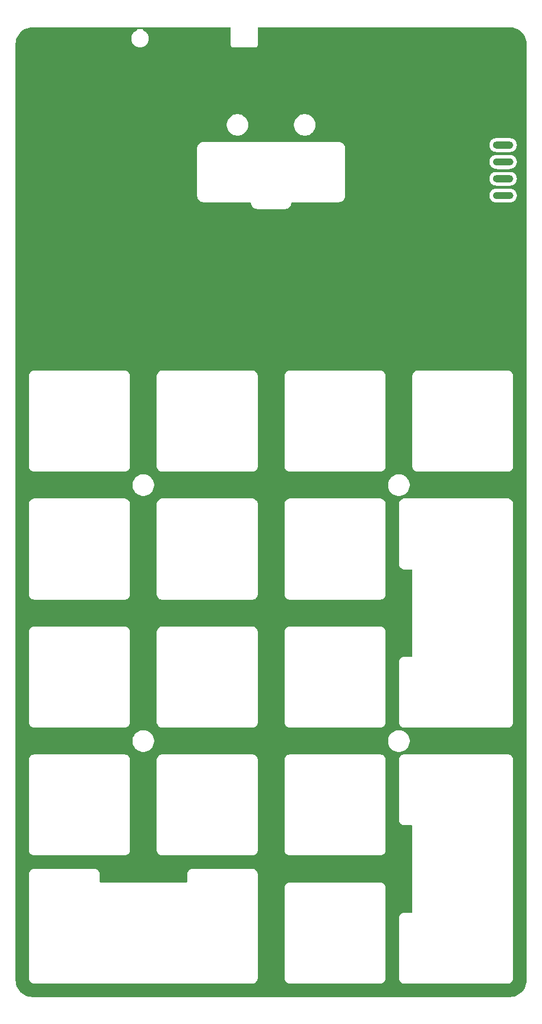
<source format=gbr>
%TF.GenerationSoftware,KiCad,Pcbnew,8.0.1*%
%TF.CreationDate,2024-05-06T20:23:12+09:00*%
%TF.ProjectId,Calciumor_SwitchCover,43616c63-6975-46d6-9f72-5f5377697463,rev?*%
%TF.SameCoordinates,Original*%
%TF.FileFunction,Copper,L1,Top*%
%TF.FilePolarity,Positive*%
%FSLAX46Y46*%
G04 Gerber Fmt 4.6, Leading zero omitted, Abs format (unit mm)*
G04 Created by KiCad (PCBNEW 8.0.1) date 2024-05-06 20:23:12*
%MOMM*%
%LPD*%
G01*
G04 APERTURE LIST*
%TA.AperFunction,Conductor*%
%ADD10C,0.400000*%
%TD*%
%TA.AperFunction,Conductor*%
%ADD11C,0.200000*%
%TD*%
%TA.AperFunction,NonConductor*%
%ADD12C,0.550000*%
%TD*%
%TA.AperFunction,NonConductor*%
%ADD13C,0.200000*%
%TD*%
%TA.AperFunction,ViaPad*%
%ADD14C,0.800000*%
%TD*%
G04 APERTURE END LIST*
D10*
%TO.N,Earth*%
X140600000Y-54250000D02*
X145400000Y-54250000D01*
D11*
X144700000Y-61550000D02*
X145350000Y-61450000D01*
X144700000Y-54050000D02*
X145350000Y-53950000D01*
X89500000Y-35900001D02*
X89500000Y-35600000D01*
D10*
X144000000Y-54250000D02*
G75*
G02*
X144000000Y-56750000I0J-1250000D01*
G01*
D11*
X90400000Y-35600000D02*
G75*
G02*
X87600000Y-35600000I-1400000J-1600000D01*
G01*
D12*
X144275000Y-58000000D02*
G75*
G02*
X143725000Y-58000000I-275000J0D01*
G01*
X143725000Y-58000000D02*
G75*
G02*
X144275000Y-58000000I275000J0D01*
G01*
D11*
X90700000Y-35600000D02*
X87000000Y-35600000D01*
D10*
X140600000Y-56750000D02*
X145400000Y-56750000D01*
D11*
X144700000Y-56850000D02*
X145050000Y-56950000D01*
D10*
X144000000Y-51750000D02*
G75*
G02*
X144000000Y-54250000I0J-1250000D01*
G01*
D11*
X88500000Y-35600000D02*
X88500000Y-35900001D01*
D12*
X142275000Y-55500000D02*
G75*
G02*
X141725000Y-55500000I-275000J0D01*
G01*
X141725000Y-55500000D02*
G75*
G02*
X142275000Y-55500000I275000J0D01*
G01*
D11*
X141300000Y-61650000D02*
X140950000Y-61550000D01*
X145350000Y-54250000D02*
X145050000Y-54450000D01*
D12*
X144275000Y-55500000D02*
G75*
G02*
X143725000Y-55500000I-275000J0D01*
G01*
X143725000Y-55500000D02*
G75*
G02*
X144275000Y-55500000I275000J0D01*
G01*
D11*
X145350000Y-59250000D02*
X145050000Y-59450000D01*
D10*
X142000000Y-61750000D02*
G75*
G02*
X142000000Y-59250000I0J1250000D01*
G01*
D13*
X142000000Y-55050000D02*
X144000000Y-55050000D01*
X144000000Y-55950000D01*
X142000000Y-55950000D01*
X142000000Y-55050000D01*
%TA.AperFunction,NonConductor*%
G36*
X142000000Y-55050000D02*
G01*
X144000000Y-55050000D01*
X144000000Y-55950000D01*
X142000000Y-55950000D01*
X142000000Y-55050000D01*
G37*
%TD.AperFunction*%
D12*
X144275000Y-60500000D02*
G75*
G02*
X143725000Y-60500000I-275000J0D01*
G01*
X143725000Y-60500000D02*
G75*
G02*
X144275000Y-60500000I275000J0D01*
G01*
D11*
X144700000Y-56550000D02*
X145350000Y-56450000D01*
D10*
X142000000Y-54250000D02*
G75*
G02*
X142000000Y-51750000I0J1250000D01*
G01*
D11*
X141300000Y-54150000D02*
X140950000Y-54050000D01*
X102800000Y-38600000D02*
G75*
G02*
X102400000Y-38200000I0J400000D01*
G01*
X140550000Y-51750000D02*
X141050000Y-52000000D01*
D10*
X140550000Y-59250000D02*
X145350000Y-59250000D01*
D11*
X140550000Y-59250000D02*
X141050000Y-59500000D01*
X89900000Y-35600001D02*
G75*
G02*
X88100000Y-35600001I-900000J-1599999D01*
G01*
X106600000Y-38200000D02*
G75*
G02*
X106200000Y-38600000I-400000J0D01*
G01*
X141300000Y-56650000D02*
X140950000Y-56550000D01*
D10*
X144000000Y-59250000D02*
G75*
G02*
X144000000Y-61750000I0J-1250000D01*
G01*
D13*
X142000000Y-52550000D02*
X144000000Y-52550000D01*
X144000000Y-53450000D01*
X142000000Y-53450000D01*
X142000000Y-52550000D01*
%TA.AperFunction,NonConductor*%
G36*
X142000000Y-52550000D02*
G01*
X144000000Y-52550000D01*
X144000000Y-53450000D01*
X142000000Y-53450000D01*
X142000000Y-52550000D01*
G37*
%TD.AperFunction*%
D12*
X142275000Y-58000000D02*
G75*
G02*
X141725000Y-58000000I-275000J0D01*
G01*
X141725000Y-58000000D02*
G75*
G02*
X142275000Y-58000000I275000J0D01*
G01*
X144275000Y-53000000D02*
G75*
G02*
X143725000Y-53000000I-275000J0D01*
G01*
X143725000Y-53000000D02*
G75*
G02*
X144275000Y-53000000I275000J0D01*
G01*
D11*
X145350000Y-51750000D02*
X145050000Y-51950000D01*
X145450000Y-59250000D02*
X144950000Y-59000000D01*
X140550000Y-54250000D02*
X141050000Y-54500000D01*
X140650000Y-59250000D02*
X140950000Y-59050000D01*
D10*
X142000000Y-56750000D02*
G75*
G02*
X142000000Y-54250000I0J1250000D01*
G01*
X142000000Y-59250000D02*
G75*
G02*
X142000000Y-56750000I0J1250000D01*
G01*
D12*
X142275000Y-53000000D02*
G75*
G02*
X141725000Y-53000000I-275000J0D01*
G01*
X141725000Y-53000000D02*
G75*
G02*
X142275000Y-53000000I275000J0D01*
G01*
D10*
X144000000Y-56750000D02*
G75*
G02*
X144000000Y-59250000I0J-1250000D01*
G01*
D11*
X141300000Y-56950000D02*
X140650000Y-57050000D01*
X89500000Y-35600000D02*
G75*
G02*
X88500000Y-35600000I-500000J-1600000D01*
G01*
D13*
X142000000Y-57550000D02*
X144000000Y-57550000D01*
X144000000Y-58450000D01*
X142000000Y-58450000D01*
X142000000Y-57550000D01*
%TA.AperFunction,NonConductor*%
G36*
X142000000Y-57550000D02*
G01*
X144000000Y-57550000D01*
X144000000Y-58450000D01*
X142000000Y-58450000D01*
X142000000Y-57550000D01*
G37*
%TD.AperFunction*%
X142000000Y-60050000D02*
X144000000Y-60050000D01*
X144000000Y-60950000D01*
X142000000Y-60950000D01*
X142000000Y-60050000D01*
%TA.AperFunction,NonConductor*%
G36*
X142000000Y-60050000D02*
G01*
X144000000Y-60050000D01*
X144000000Y-60950000D01*
X142000000Y-60950000D01*
X142000000Y-60050000D01*
G37*
%TD.AperFunction*%
D11*
X90533785Y-37200000D02*
G75*
G02*
X87466215Y-37200000I-1533785J0D01*
G01*
X87466215Y-37200000D02*
G75*
G02*
X90533785Y-37200000I1533785J0D01*
G01*
X90200000Y-35600000D02*
G75*
G02*
X87800000Y-35600000I-1200000J-1600000D01*
G01*
X89500000Y-35900003D02*
G75*
G02*
X88500000Y-35900003I-500000J-1299997D01*
G01*
D12*
X142275000Y-60500000D02*
G75*
G02*
X141725000Y-60500000I-275000J0D01*
G01*
X141725000Y-60500000D02*
G75*
G02*
X142275000Y-60500000I275000J0D01*
G01*
%TD*%
D14*
%TO.N,Earth*%
X108500000Y-103500000D03*
X127500000Y-122500000D03*
X89500000Y-84500000D03*
X89500000Y-160500000D03*
X127500000Y-84500000D03*
X108500000Y-141500000D03*
X127500000Y-160500000D03*
X89500000Y-122500000D03*
%TD*%
%TA.AperFunction,Conductor*%
%TO.N,Earth*%
G36*
X87443039Y-35520185D02*
G01*
X87488794Y-35572989D01*
X87500000Y-35624500D01*
X87500000Y-38700000D01*
X90500000Y-38700000D01*
X90500000Y-35624500D01*
X90519685Y-35557461D01*
X90572489Y-35511706D01*
X90624000Y-35500500D01*
X102376000Y-35500500D01*
X102443039Y-35520185D01*
X102488794Y-35572989D01*
X102500000Y-35624500D01*
X102500000Y-38500000D01*
X106500000Y-38500000D01*
X106500000Y-35624500D01*
X106519685Y-35557461D01*
X106572489Y-35511706D01*
X106624000Y-35500500D01*
X143934108Y-35500500D01*
X143996249Y-35500500D01*
X144003736Y-35500726D01*
X144293796Y-35518271D01*
X144308657Y-35520075D01*
X144512662Y-35557461D01*
X144590798Y-35571780D01*
X144605335Y-35575363D01*
X144879172Y-35660695D01*
X144893163Y-35666000D01*
X145154743Y-35783727D01*
X145167989Y-35790680D01*
X145413465Y-35939075D01*
X145425776Y-35947573D01*
X145651573Y-36124473D01*
X145662781Y-36134403D01*
X145865596Y-36337218D01*
X145875526Y-36348426D01*
X145995481Y-36501538D01*
X146052422Y-36574217D01*
X146060928Y-36586540D01*
X146209316Y-36832004D01*
X146216275Y-36845263D01*
X146333997Y-37106831D01*
X146339306Y-37120832D01*
X146424635Y-37394663D01*
X146428219Y-37409201D01*
X146479923Y-37691340D01*
X146481728Y-37706205D01*
X146499274Y-37996263D01*
X146499500Y-38003750D01*
X146499500Y-176996249D01*
X146499274Y-177003736D01*
X146481728Y-177293794D01*
X146479923Y-177308659D01*
X146428219Y-177590798D01*
X146424635Y-177605336D01*
X146339306Y-177879167D01*
X146333997Y-177893168D01*
X146216275Y-178154736D01*
X146209316Y-178167995D01*
X146060928Y-178413459D01*
X146052422Y-178425782D01*
X145875526Y-178651573D01*
X145865596Y-178662781D01*
X145662781Y-178865596D01*
X145651573Y-178875526D01*
X145425782Y-179052422D01*
X145413459Y-179060928D01*
X145167995Y-179209316D01*
X145154736Y-179216275D01*
X144893168Y-179333997D01*
X144879167Y-179339306D01*
X144605336Y-179424635D01*
X144590798Y-179428219D01*
X144308659Y-179479923D01*
X144293794Y-179481728D01*
X144003736Y-179499274D01*
X143996249Y-179499500D01*
X73003751Y-179499500D01*
X72996264Y-179499274D01*
X72706205Y-179481728D01*
X72691340Y-179479923D01*
X72409201Y-179428219D01*
X72394663Y-179424635D01*
X72120832Y-179339306D01*
X72106831Y-179333997D01*
X71845263Y-179216275D01*
X71832004Y-179209316D01*
X71586540Y-179060928D01*
X71574217Y-179052422D01*
X71348426Y-178875526D01*
X71337218Y-178865596D01*
X71134403Y-178662781D01*
X71124473Y-178651573D01*
X70947573Y-178425776D01*
X70939075Y-178413465D01*
X70790680Y-178167989D01*
X70783727Y-178154743D01*
X70666000Y-177893163D01*
X70660693Y-177879167D01*
X70575364Y-177605336D01*
X70571780Y-177590798D01*
X70520076Y-177308659D01*
X70518271Y-177293794D01*
X70500726Y-177003736D01*
X70500500Y-176996249D01*
X70500500Y-176778846D01*
X72499500Y-176778846D01*
X72530261Y-176933489D01*
X72530264Y-176933501D01*
X72590602Y-177079172D01*
X72590609Y-177079185D01*
X72678210Y-177210288D01*
X72678213Y-177210292D01*
X72789707Y-177321786D01*
X72789711Y-177321789D01*
X72920814Y-177409390D01*
X72920827Y-177409397D01*
X73066498Y-177469735D01*
X73066503Y-177469737D01*
X73221153Y-177500499D01*
X73221156Y-177500500D01*
X73221158Y-177500500D01*
X105778844Y-177500500D01*
X105778845Y-177500499D01*
X105933497Y-177469737D01*
X106079179Y-177409394D01*
X106210289Y-177321789D01*
X106321789Y-177210289D01*
X106409394Y-177079179D01*
X106469737Y-176933497D01*
X106500499Y-176778846D01*
X110499500Y-176778846D01*
X110530261Y-176933489D01*
X110530264Y-176933501D01*
X110590602Y-177079172D01*
X110590609Y-177079185D01*
X110678210Y-177210288D01*
X110678213Y-177210292D01*
X110789707Y-177321786D01*
X110789711Y-177321789D01*
X110920814Y-177409390D01*
X110920827Y-177409397D01*
X111066498Y-177469735D01*
X111066503Y-177469737D01*
X111221153Y-177500499D01*
X111221156Y-177500500D01*
X111221158Y-177500500D01*
X124778844Y-177500500D01*
X124778845Y-177500499D01*
X124933497Y-177469737D01*
X125079179Y-177409394D01*
X125210289Y-177321789D01*
X125321789Y-177210289D01*
X125409394Y-177079179D01*
X125469737Y-176933497D01*
X125500499Y-176778846D01*
X127499500Y-176778846D01*
X127530261Y-176933489D01*
X127530264Y-176933501D01*
X127590602Y-177079172D01*
X127590609Y-177079185D01*
X127678210Y-177210288D01*
X127678213Y-177210292D01*
X127789707Y-177321786D01*
X127789711Y-177321789D01*
X127920814Y-177409390D01*
X127920827Y-177409397D01*
X128066498Y-177469735D01*
X128066503Y-177469737D01*
X128221153Y-177500499D01*
X128221156Y-177500500D01*
X128221158Y-177500500D01*
X143778844Y-177500500D01*
X143778845Y-177500499D01*
X143933497Y-177469737D01*
X144079179Y-177409394D01*
X144210289Y-177321789D01*
X144321789Y-177210289D01*
X144409394Y-177079179D01*
X144469737Y-176933497D01*
X144500500Y-176778842D01*
X144500500Y-176700000D01*
X144500500Y-176634108D01*
X144500500Y-144234108D01*
X144500500Y-144221158D01*
X144500500Y-144221155D01*
X144500499Y-144221153D01*
X144469738Y-144066510D01*
X144469737Y-144066503D01*
X144469735Y-144066498D01*
X144409397Y-143920827D01*
X144409390Y-143920814D01*
X144321789Y-143789711D01*
X144321786Y-143789707D01*
X144210292Y-143678213D01*
X144210288Y-143678210D01*
X144079185Y-143590609D01*
X144079172Y-143590602D01*
X143933501Y-143530264D01*
X143933489Y-143530261D01*
X143778845Y-143499500D01*
X143778842Y-143499500D01*
X143765892Y-143499500D01*
X128365892Y-143499500D01*
X128300000Y-143499500D01*
X128221158Y-143499500D01*
X128221155Y-143499500D01*
X128066510Y-143530261D01*
X128066498Y-143530264D01*
X127920827Y-143590602D01*
X127920814Y-143590609D01*
X127789711Y-143678210D01*
X127789707Y-143678213D01*
X127678213Y-143789707D01*
X127678210Y-143789711D01*
X127590609Y-143920814D01*
X127590602Y-143920827D01*
X127530264Y-144066498D01*
X127530261Y-144066510D01*
X127499500Y-144221153D01*
X127499500Y-153278846D01*
X127530261Y-153433489D01*
X127530264Y-153433501D01*
X127590602Y-153579172D01*
X127590609Y-153579185D01*
X127678210Y-153710288D01*
X127678213Y-153710292D01*
X127789707Y-153821786D01*
X127789711Y-153821789D01*
X127920814Y-153909390D01*
X127920827Y-153909397D01*
X128066498Y-153969735D01*
X128066503Y-153969737D01*
X128221153Y-154000499D01*
X128221156Y-154000500D01*
X128221158Y-154000500D01*
X128234108Y-154000500D01*
X129375500Y-154000500D01*
X129442539Y-154020185D01*
X129488294Y-154072989D01*
X129499500Y-154124500D01*
X129499500Y-166875500D01*
X129479815Y-166942539D01*
X129427011Y-166988294D01*
X129375500Y-166999500D01*
X128221155Y-166999500D01*
X128066510Y-167030261D01*
X128066498Y-167030264D01*
X127920827Y-167090602D01*
X127920814Y-167090609D01*
X127789711Y-167178210D01*
X127789707Y-167178213D01*
X127678213Y-167289707D01*
X127678210Y-167289711D01*
X127590609Y-167420814D01*
X127590602Y-167420827D01*
X127530264Y-167566498D01*
X127530261Y-167566510D01*
X127499500Y-167721153D01*
X127499500Y-176778846D01*
X125500499Y-176778846D01*
X125500500Y-176778842D01*
X125500500Y-176700000D01*
X125500500Y-176634108D01*
X125500500Y-163234108D01*
X125500500Y-163221158D01*
X125500500Y-163221155D01*
X125500499Y-163221153D01*
X125469738Y-163066510D01*
X125469737Y-163066503D01*
X125414645Y-162933497D01*
X125409397Y-162920827D01*
X125409390Y-162920814D01*
X125321789Y-162789711D01*
X125321786Y-162789707D01*
X125210292Y-162678213D01*
X125210288Y-162678210D01*
X125079185Y-162590609D01*
X125079172Y-162590602D01*
X124933501Y-162530264D01*
X124933489Y-162530261D01*
X124778845Y-162499500D01*
X124778842Y-162499500D01*
X124765892Y-162499500D01*
X111365892Y-162499500D01*
X111300000Y-162499500D01*
X111221158Y-162499500D01*
X111221155Y-162499500D01*
X111066510Y-162530261D01*
X111066498Y-162530264D01*
X110920827Y-162590602D01*
X110920814Y-162590609D01*
X110789711Y-162678210D01*
X110789707Y-162678213D01*
X110678213Y-162789707D01*
X110678210Y-162789711D01*
X110590609Y-162920814D01*
X110590602Y-162920827D01*
X110530264Y-163066498D01*
X110530261Y-163066510D01*
X110499500Y-163221153D01*
X110499500Y-176778846D01*
X106500499Y-176778846D01*
X106500500Y-176778842D01*
X106500500Y-176700000D01*
X106500500Y-176634108D01*
X106500500Y-161234108D01*
X106500500Y-161221158D01*
X106500500Y-161221155D01*
X106500499Y-161221153D01*
X106469738Y-161066510D01*
X106469737Y-161066503D01*
X106469735Y-161066498D01*
X106409397Y-160920827D01*
X106409390Y-160920814D01*
X106321789Y-160789711D01*
X106321786Y-160789707D01*
X106210292Y-160678213D01*
X106210288Y-160678210D01*
X106079185Y-160590609D01*
X106079172Y-160590602D01*
X105933501Y-160530264D01*
X105933489Y-160530261D01*
X105778845Y-160499500D01*
X105778842Y-160499500D01*
X105765892Y-160499500D01*
X96865892Y-160499500D01*
X96800000Y-160499500D01*
X96721158Y-160499500D01*
X96721155Y-160499500D01*
X96566510Y-160530261D01*
X96566498Y-160530264D01*
X96420827Y-160590602D01*
X96420814Y-160590609D01*
X96289711Y-160678210D01*
X96289707Y-160678213D01*
X96178213Y-160789707D01*
X96178210Y-160789711D01*
X96090609Y-160920814D01*
X96090602Y-160920827D01*
X96030264Y-161066498D01*
X96030261Y-161066510D01*
X95999500Y-161221153D01*
X95999500Y-162375500D01*
X95979815Y-162442539D01*
X95927011Y-162488294D01*
X95875500Y-162499500D01*
X83124500Y-162499500D01*
X83057461Y-162479815D01*
X83011706Y-162427011D01*
X83000500Y-162375500D01*
X83000500Y-161221155D01*
X83000499Y-161221153D01*
X82969738Y-161066510D01*
X82969737Y-161066503D01*
X82969735Y-161066498D01*
X82909397Y-160920827D01*
X82909390Y-160920814D01*
X82821789Y-160789711D01*
X82821786Y-160789707D01*
X82710292Y-160678213D01*
X82710288Y-160678210D01*
X82579185Y-160590609D01*
X82579172Y-160590602D01*
X82433501Y-160530264D01*
X82433489Y-160530261D01*
X82278845Y-160499500D01*
X82278842Y-160499500D01*
X82265892Y-160499500D01*
X73365892Y-160499500D01*
X73300000Y-160499500D01*
X73221158Y-160499500D01*
X73221155Y-160499500D01*
X73066510Y-160530261D01*
X73066498Y-160530264D01*
X72920827Y-160590602D01*
X72920814Y-160590609D01*
X72789711Y-160678210D01*
X72789707Y-160678213D01*
X72678213Y-160789707D01*
X72678210Y-160789711D01*
X72590609Y-160920814D01*
X72590602Y-160920827D01*
X72530264Y-161066498D01*
X72530261Y-161066510D01*
X72499500Y-161221153D01*
X72499500Y-176778846D01*
X70500500Y-176778846D01*
X70500500Y-157778846D01*
X72499500Y-157778846D01*
X72530261Y-157933489D01*
X72530264Y-157933501D01*
X72590602Y-158079172D01*
X72590609Y-158079185D01*
X72678210Y-158210288D01*
X72678213Y-158210292D01*
X72789707Y-158321786D01*
X72789711Y-158321789D01*
X72920814Y-158409390D01*
X72920827Y-158409397D01*
X73066498Y-158469735D01*
X73066503Y-158469737D01*
X73221153Y-158500499D01*
X73221156Y-158500500D01*
X73221158Y-158500500D01*
X86778844Y-158500500D01*
X86778845Y-158500499D01*
X86933497Y-158469737D01*
X87079179Y-158409394D01*
X87210289Y-158321789D01*
X87321789Y-158210289D01*
X87409394Y-158079179D01*
X87469737Y-157933497D01*
X87500499Y-157778846D01*
X91499500Y-157778846D01*
X91530261Y-157933489D01*
X91530264Y-157933501D01*
X91590602Y-158079172D01*
X91590609Y-158079185D01*
X91678210Y-158210288D01*
X91678213Y-158210292D01*
X91789707Y-158321786D01*
X91789711Y-158321789D01*
X91920814Y-158409390D01*
X91920827Y-158409397D01*
X92066498Y-158469735D01*
X92066503Y-158469737D01*
X92221153Y-158500499D01*
X92221156Y-158500500D01*
X92221158Y-158500500D01*
X105778844Y-158500500D01*
X105778845Y-158500499D01*
X105933497Y-158469737D01*
X106079179Y-158409394D01*
X106210289Y-158321789D01*
X106321789Y-158210289D01*
X106409394Y-158079179D01*
X106469737Y-157933497D01*
X106500499Y-157778846D01*
X110499500Y-157778846D01*
X110530261Y-157933489D01*
X110530264Y-157933501D01*
X110590602Y-158079172D01*
X110590609Y-158079185D01*
X110678210Y-158210288D01*
X110678213Y-158210292D01*
X110789707Y-158321786D01*
X110789711Y-158321789D01*
X110920814Y-158409390D01*
X110920827Y-158409397D01*
X111066498Y-158469735D01*
X111066503Y-158469737D01*
X111221153Y-158500499D01*
X111221156Y-158500500D01*
X111221158Y-158500500D01*
X124778844Y-158500500D01*
X124778845Y-158500499D01*
X124933497Y-158469737D01*
X125079179Y-158409394D01*
X125210289Y-158321789D01*
X125321789Y-158210289D01*
X125409394Y-158079179D01*
X125469737Y-157933497D01*
X125500500Y-157778842D01*
X125500500Y-157700000D01*
X125500500Y-157634108D01*
X125500500Y-144234108D01*
X125500500Y-144221158D01*
X125500500Y-144221155D01*
X125500499Y-144221153D01*
X125469738Y-144066510D01*
X125469737Y-144066503D01*
X125469735Y-144066498D01*
X125409397Y-143920827D01*
X125409390Y-143920814D01*
X125321789Y-143789711D01*
X125321786Y-143789707D01*
X125210292Y-143678213D01*
X125210288Y-143678210D01*
X125079185Y-143590609D01*
X125079172Y-143590602D01*
X124933501Y-143530264D01*
X124933489Y-143530261D01*
X124778845Y-143499500D01*
X124778842Y-143499500D01*
X124765892Y-143499500D01*
X111365892Y-143499500D01*
X111300000Y-143499500D01*
X111221158Y-143499500D01*
X111221155Y-143499500D01*
X111066510Y-143530261D01*
X111066498Y-143530264D01*
X110920827Y-143590602D01*
X110920814Y-143590609D01*
X110789711Y-143678210D01*
X110789707Y-143678213D01*
X110678213Y-143789707D01*
X110678210Y-143789711D01*
X110590609Y-143920814D01*
X110590602Y-143920827D01*
X110530264Y-144066498D01*
X110530261Y-144066510D01*
X110499500Y-144221153D01*
X110499500Y-157778846D01*
X106500499Y-157778846D01*
X106500500Y-157778842D01*
X106500500Y-157700000D01*
X106500500Y-157634108D01*
X106500500Y-144234108D01*
X106500500Y-144221158D01*
X106500500Y-144221155D01*
X106500499Y-144221153D01*
X106469738Y-144066510D01*
X106469737Y-144066503D01*
X106469735Y-144066498D01*
X106409397Y-143920827D01*
X106409390Y-143920814D01*
X106321789Y-143789711D01*
X106321786Y-143789707D01*
X106210292Y-143678213D01*
X106210288Y-143678210D01*
X106079185Y-143590609D01*
X106079172Y-143590602D01*
X105933501Y-143530264D01*
X105933489Y-143530261D01*
X105778845Y-143499500D01*
X105778842Y-143499500D01*
X105765892Y-143499500D01*
X92365892Y-143499500D01*
X92300000Y-143499500D01*
X92221158Y-143499500D01*
X92221155Y-143499500D01*
X92066510Y-143530261D01*
X92066498Y-143530264D01*
X91920827Y-143590602D01*
X91920814Y-143590609D01*
X91789711Y-143678210D01*
X91789707Y-143678213D01*
X91678213Y-143789707D01*
X91678210Y-143789711D01*
X91590609Y-143920814D01*
X91590602Y-143920827D01*
X91530264Y-144066498D01*
X91530261Y-144066510D01*
X91499500Y-144221153D01*
X91499500Y-157778846D01*
X87500499Y-157778846D01*
X87500500Y-157778842D01*
X87500500Y-157700000D01*
X87500500Y-157634108D01*
X87500500Y-144234108D01*
X87500500Y-144221158D01*
X87500500Y-144221155D01*
X87500499Y-144221153D01*
X87469738Y-144066510D01*
X87469737Y-144066503D01*
X87469735Y-144066498D01*
X87409397Y-143920827D01*
X87409390Y-143920814D01*
X87321789Y-143789711D01*
X87321786Y-143789707D01*
X87210292Y-143678213D01*
X87210288Y-143678210D01*
X87079185Y-143590609D01*
X87079172Y-143590602D01*
X86933501Y-143530264D01*
X86933489Y-143530261D01*
X86778845Y-143499500D01*
X86778842Y-143499500D01*
X86765892Y-143499500D01*
X73365892Y-143499500D01*
X73300000Y-143499500D01*
X73221158Y-143499500D01*
X73221155Y-143499500D01*
X73066510Y-143530261D01*
X73066498Y-143530264D01*
X72920827Y-143590602D01*
X72920814Y-143590609D01*
X72789711Y-143678210D01*
X72789707Y-143678213D01*
X72678213Y-143789707D01*
X72678210Y-143789711D01*
X72590609Y-143920814D01*
X72590602Y-143920827D01*
X72530264Y-144066498D01*
X72530261Y-144066510D01*
X72499500Y-144221153D01*
X72499500Y-157778846D01*
X70500500Y-157778846D01*
X70500500Y-141625961D01*
X87899500Y-141625961D01*
X87938910Y-141874785D01*
X88016760Y-142114383D01*
X88131132Y-142338848D01*
X88279201Y-142542649D01*
X88279205Y-142542654D01*
X88457345Y-142720794D01*
X88457350Y-142720798D01*
X88635117Y-142849952D01*
X88661155Y-142868870D01*
X88804184Y-142941747D01*
X88885616Y-142983239D01*
X88885618Y-142983239D01*
X88885621Y-142983241D01*
X89125215Y-143061090D01*
X89374038Y-143100500D01*
X89374039Y-143100500D01*
X89625961Y-143100500D01*
X89625962Y-143100500D01*
X89874785Y-143061090D01*
X90114379Y-142983241D01*
X90338845Y-142868870D01*
X90542656Y-142720793D01*
X90720793Y-142542656D01*
X90868870Y-142338845D01*
X90983241Y-142114379D01*
X91061090Y-141874785D01*
X91100500Y-141625962D01*
X91100500Y-141625961D01*
X125899500Y-141625961D01*
X125938910Y-141874785D01*
X126016760Y-142114383D01*
X126131132Y-142338848D01*
X126279201Y-142542649D01*
X126279205Y-142542654D01*
X126457345Y-142720794D01*
X126457350Y-142720798D01*
X126635117Y-142849952D01*
X126661155Y-142868870D01*
X126804184Y-142941747D01*
X126885616Y-142983239D01*
X126885618Y-142983239D01*
X126885621Y-142983241D01*
X127125215Y-143061090D01*
X127374038Y-143100500D01*
X127374039Y-143100500D01*
X127625961Y-143100500D01*
X127625962Y-143100500D01*
X127874785Y-143061090D01*
X128114379Y-142983241D01*
X128338845Y-142868870D01*
X128542656Y-142720793D01*
X128720793Y-142542656D01*
X128868870Y-142338845D01*
X128983241Y-142114379D01*
X129061090Y-141874785D01*
X129100500Y-141625962D01*
X129100500Y-141374038D01*
X129061090Y-141125215D01*
X128983241Y-140885621D01*
X128983239Y-140885618D01*
X128983239Y-140885616D01*
X128941747Y-140804184D01*
X128868870Y-140661155D01*
X128849952Y-140635117D01*
X128720798Y-140457350D01*
X128720794Y-140457345D01*
X128542654Y-140279205D01*
X128542649Y-140279201D01*
X128338848Y-140131132D01*
X128338847Y-140131131D01*
X128338845Y-140131130D01*
X128268747Y-140095413D01*
X128114383Y-140016760D01*
X127874785Y-139938910D01*
X127625962Y-139899500D01*
X127374038Y-139899500D01*
X127249626Y-139919205D01*
X127125214Y-139938910D01*
X126885616Y-140016760D01*
X126661151Y-140131132D01*
X126457350Y-140279201D01*
X126457345Y-140279205D01*
X126279205Y-140457345D01*
X126279201Y-140457350D01*
X126131132Y-140661151D01*
X126016760Y-140885616D01*
X125938910Y-141125214D01*
X125899500Y-141374038D01*
X125899500Y-141625961D01*
X91100500Y-141625961D01*
X91100500Y-141374038D01*
X91061090Y-141125215D01*
X90983241Y-140885621D01*
X90983239Y-140885618D01*
X90983239Y-140885616D01*
X90941747Y-140804184D01*
X90868870Y-140661155D01*
X90849952Y-140635117D01*
X90720798Y-140457350D01*
X90720794Y-140457345D01*
X90542654Y-140279205D01*
X90542649Y-140279201D01*
X90338848Y-140131132D01*
X90338847Y-140131131D01*
X90338845Y-140131130D01*
X90268747Y-140095413D01*
X90114383Y-140016760D01*
X89874785Y-139938910D01*
X89625962Y-139899500D01*
X89374038Y-139899500D01*
X89249626Y-139919205D01*
X89125214Y-139938910D01*
X88885616Y-140016760D01*
X88661151Y-140131132D01*
X88457350Y-140279201D01*
X88457345Y-140279205D01*
X88279205Y-140457345D01*
X88279201Y-140457350D01*
X88131132Y-140661151D01*
X88016760Y-140885616D01*
X87938910Y-141125214D01*
X87899500Y-141374038D01*
X87899500Y-141625961D01*
X70500500Y-141625961D01*
X70500500Y-138778846D01*
X72499500Y-138778846D01*
X72530261Y-138933489D01*
X72530264Y-138933501D01*
X72590602Y-139079172D01*
X72590609Y-139079185D01*
X72678210Y-139210288D01*
X72678213Y-139210292D01*
X72789707Y-139321786D01*
X72789711Y-139321789D01*
X72920814Y-139409390D01*
X72920827Y-139409397D01*
X73066498Y-139469735D01*
X73066503Y-139469737D01*
X73221153Y-139500499D01*
X73221156Y-139500500D01*
X73221158Y-139500500D01*
X86778844Y-139500500D01*
X86778845Y-139500499D01*
X86933497Y-139469737D01*
X87079179Y-139409394D01*
X87210289Y-139321789D01*
X87321789Y-139210289D01*
X87409394Y-139079179D01*
X87469737Y-138933497D01*
X87500499Y-138778846D01*
X91499500Y-138778846D01*
X91530261Y-138933489D01*
X91530264Y-138933501D01*
X91590602Y-139079172D01*
X91590609Y-139079185D01*
X91678210Y-139210288D01*
X91678213Y-139210292D01*
X91789707Y-139321786D01*
X91789711Y-139321789D01*
X91920814Y-139409390D01*
X91920827Y-139409397D01*
X92066498Y-139469735D01*
X92066503Y-139469737D01*
X92221153Y-139500499D01*
X92221156Y-139500500D01*
X92221158Y-139500500D01*
X105778844Y-139500500D01*
X105778845Y-139500499D01*
X105933497Y-139469737D01*
X106079179Y-139409394D01*
X106210289Y-139321789D01*
X106321789Y-139210289D01*
X106409394Y-139079179D01*
X106469737Y-138933497D01*
X106500499Y-138778846D01*
X110499500Y-138778846D01*
X110530261Y-138933489D01*
X110530264Y-138933501D01*
X110590602Y-139079172D01*
X110590609Y-139079185D01*
X110678210Y-139210288D01*
X110678213Y-139210292D01*
X110789707Y-139321786D01*
X110789711Y-139321789D01*
X110920814Y-139409390D01*
X110920827Y-139409397D01*
X111066498Y-139469735D01*
X111066503Y-139469737D01*
X111221153Y-139500499D01*
X111221156Y-139500500D01*
X111221158Y-139500500D01*
X124778844Y-139500500D01*
X124778845Y-139500499D01*
X124933497Y-139469737D01*
X125079179Y-139409394D01*
X125210289Y-139321789D01*
X125321789Y-139210289D01*
X125409394Y-139079179D01*
X125469737Y-138933497D01*
X125500499Y-138778846D01*
X127499500Y-138778846D01*
X127530261Y-138933489D01*
X127530264Y-138933501D01*
X127590602Y-139079172D01*
X127590609Y-139079185D01*
X127678210Y-139210288D01*
X127678213Y-139210292D01*
X127789707Y-139321786D01*
X127789711Y-139321789D01*
X127920814Y-139409390D01*
X127920827Y-139409397D01*
X128066498Y-139469735D01*
X128066503Y-139469737D01*
X128221153Y-139500499D01*
X128221156Y-139500500D01*
X128221158Y-139500500D01*
X143778844Y-139500500D01*
X143778845Y-139500499D01*
X143933497Y-139469737D01*
X144079179Y-139409394D01*
X144210289Y-139321789D01*
X144321789Y-139210289D01*
X144409394Y-139079179D01*
X144469737Y-138933497D01*
X144500500Y-138778842D01*
X144500500Y-138700000D01*
X144500500Y-138634108D01*
X144500500Y-106234108D01*
X144500500Y-106221158D01*
X144500500Y-106221155D01*
X144500499Y-106221153D01*
X144469738Y-106066510D01*
X144469737Y-106066503D01*
X144469735Y-106066498D01*
X144409397Y-105920827D01*
X144409390Y-105920814D01*
X144321789Y-105789711D01*
X144321786Y-105789707D01*
X144210292Y-105678213D01*
X144210288Y-105678210D01*
X144079185Y-105590609D01*
X144079172Y-105590602D01*
X143933501Y-105530264D01*
X143933489Y-105530261D01*
X143778845Y-105499500D01*
X143778842Y-105499500D01*
X143765892Y-105499500D01*
X128365892Y-105499500D01*
X128300000Y-105499500D01*
X128221158Y-105499500D01*
X128221155Y-105499500D01*
X128066510Y-105530261D01*
X128066498Y-105530264D01*
X127920827Y-105590602D01*
X127920814Y-105590609D01*
X127789711Y-105678210D01*
X127789707Y-105678213D01*
X127678213Y-105789707D01*
X127678210Y-105789711D01*
X127590609Y-105920814D01*
X127590602Y-105920827D01*
X127530264Y-106066498D01*
X127530261Y-106066510D01*
X127499500Y-106221153D01*
X127499500Y-115278846D01*
X127530261Y-115433489D01*
X127530264Y-115433501D01*
X127590602Y-115579172D01*
X127590609Y-115579185D01*
X127678210Y-115710288D01*
X127678213Y-115710292D01*
X127789707Y-115821786D01*
X127789711Y-115821789D01*
X127920814Y-115909390D01*
X127920827Y-115909397D01*
X128066498Y-115969735D01*
X128066503Y-115969737D01*
X128221153Y-116000499D01*
X128221156Y-116000500D01*
X128221158Y-116000500D01*
X128234108Y-116000500D01*
X129375500Y-116000500D01*
X129442539Y-116020185D01*
X129488294Y-116072989D01*
X129499500Y-116124500D01*
X129499500Y-128875500D01*
X129479815Y-128942539D01*
X129427011Y-128988294D01*
X129375500Y-128999500D01*
X128221155Y-128999500D01*
X128066510Y-129030261D01*
X128066498Y-129030264D01*
X127920827Y-129090602D01*
X127920814Y-129090609D01*
X127789711Y-129178210D01*
X127789707Y-129178213D01*
X127678213Y-129289707D01*
X127678210Y-129289711D01*
X127590609Y-129420814D01*
X127590602Y-129420827D01*
X127530264Y-129566498D01*
X127530261Y-129566510D01*
X127499500Y-129721153D01*
X127499500Y-138778846D01*
X125500499Y-138778846D01*
X125500500Y-138778842D01*
X125500500Y-138700000D01*
X125500500Y-138634108D01*
X125500500Y-125234108D01*
X125500500Y-125221158D01*
X125500500Y-125221155D01*
X125500499Y-125221153D01*
X125469738Y-125066510D01*
X125469737Y-125066503D01*
X125469735Y-125066498D01*
X125409397Y-124920827D01*
X125409390Y-124920814D01*
X125321789Y-124789711D01*
X125321786Y-124789707D01*
X125210292Y-124678213D01*
X125210288Y-124678210D01*
X125079185Y-124590609D01*
X125079172Y-124590602D01*
X124933501Y-124530264D01*
X124933489Y-124530261D01*
X124778845Y-124499500D01*
X124778842Y-124499500D01*
X124765892Y-124499500D01*
X111365892Y-124499500D01*
X111300000Y-124499500D01*
X111221158Y-124499500D01*
X111221155Y-124499500D01*
X111066510Y-124530261D01*
X111066498Y-124530264D01*
X110920827Y-124590602D01*
X110920814Y-124590609D01*
X110789711Y-124678210D01*
X110789707Y-124678213D01*
X110678213Y-124789707D01*
X110678210Y-124789711D01*
X110590609Y-124920814D01*
X110590602Y-124920827D01*
X110530264Y-125066498D01*
X110530261Y-125066510D01*
X110499500Y-125221153D01*
X110499500Y-138778846D01*
X106500499Y-138778846D01*
X106500500Y-138778842D01*
X106500500Y-138700000D01*
X106500500Y-138634108D01*
X106500500Y-125234108D01*
X106500500Y-125221158D01*
X106500500Y-125221155D01*
X106500499Y-125221153D01*
X106469738Y-125066510D01*
X106469737Y-125066503D01*
X106469735Y-125066498D01*
X106409397Y-124920827D01*
X106409390Y-124920814D01*
X106321789Y-124789711D01*
X106321786Y-124789707D01*
X106210292Y-124678213D01*
X106210288Y-124678210D01*
X106079185Y-124590609D01*
X106079172Y-124590602D01*
X105933501Y-124530264D01*
X105933489Y-124530261D01*
X105778845Y-124499500D01*
X105778842Y-124499500D01*
X105765892Y-124499500D01*
X92365892Y-124499500D01*
X92300000Y-124499500D01*
X92221158Y-124499500D01*
X92221155Y-124499500D01*
X92066510Y-124530261D01*
X92066498Y-124530264D01*
X91920827Y-124590602D01*
X91920814Y-124590609D01*
X91789711Y-124678210D01*
X91789707Y-124678213D01*
X91678213Y-124789707D01*
X91678210Y-124789711D01*
X91590609Y-124920814D01*
X91590602Y-124920827D01*
X91530264Y-125066498D01*
X91530261Y-125066510D01*
X91499500Y-125221153D01*
X91499500Y-138778846D01*
X87500499Y-138778846D01*
X87500500Y-138778842D01*
X87500500Y-138700000D01*
X87500500Y-138634108D01*
X87500500Y-125234108D01*
X87500500Y-125221158D01*
X87500500Y-125221155D01*
X87500499Y-125221153D01*
X87469738Y-125066510D01*
X87469737Y-125066503D01*
X87469735Y-125066498D01*
X87409397Y-124920827D01*
X87409390Y-124920814D01*
X87321789Y-124789711D01*
X87321786Y-124789707D01*
X87210292Y-124678213D01*
X87210288Y-124678210D01*
X87079185Y-124590609D01*
X87079172Y-124590602D01*
X86933501Y-124530264D01*
X86933489Y-124530261D01*
X86778845Y-124499500D01*
X86778842Y-124499500D01*
X86765892Y-124499500D01*
X73365892Y-124499500D01*
X73300000Y-124499500D01*
X73221158Y-124499500D01*
X73221155Y-124499500D01*
X73066510Y-124530261D01*
X73066498Y-124530264D01*
X72920827Y-124590602D01*
X72920814Y-124590609D01*
X72789711Y-124678210D01*
X72789707Y-124678213D01*
X72678213Y-124789707D01*
X72678210Y-124789711D01*
X72590609Y-124920814D01*
X72590602Y-124920827D01*
X72530264Y-125066498D01*
X72530261Y-125066510D01*
X72499500Y-125221153D01*
X72499500Y-138778846D01*
X70500500Y-138778846D01*
X70500500Y-119778846D01*
X72499500Y-119778846D01*
X72530261Y-119933489D01*
X72530264Y-119933501D01*
X72590602Y-120079172D01*
X72590609Y-120079185D01*
X72678210Y-120210288D01*
X72678213Y-120210292D01*
X72789707Y-120321786D01*
X72789711Y-120321789D01*
X72920814Y-120409390D01*
X72920827Y-120409397D01*
X73066498Y-120469735D01*
X73066503Y-120469737D01*
X73221153Y-120500499D01*
X73221156Y-120500500D01*
X73221158Y-120500500D01*
X86778844Y-120500500D01*
X86778845Y-120500499D01*
X86933497Y-120469737D01*
X87079179Y-120409394D01*
X87210289Y-120321789D01*
X87321789Y-120210289D01*
X87409394Y-120079179D01*
X87469737Y-119933497D01*
X87500499Y-119778846D01*
X91499500Y-119778846D01*
X91530261Y-119933489D01*
X91530264Y-119933501D01*
X91590602Y-120079172D01*
X91590609Y-120079185D01*
X91678210Y-120210288D01*
X91678213Y-120210292D01*
X91789707Y-120321786D01*
X91789711Y-120321789D01*
X91920814Y-120409390D01*
X91920827Y-120409397D01*
X92066498Y-120469735D01*
X92066503Y-120469737D01*
X92221153Y-120500499D01*
X92221156Y-120500500D01*
X92221158Y-120500500D01*
X105778844Y-120500500D01*
X105778845Y-120500499D01*
X105933497Y-120469737D01*
X106079179Y-120409394D01*
X106210289Y-120321789D01*
X106321789Y-120210289D01*
X106409394Y-120079179D01*
X106469737Y-119933497D01*
X106500499Y-119778846D01*
X110499500Y-119778846D01*
X110530261Y-119933489D01*
X110530264Y-119933501D01*
X110590602Y-120079172D01*
X110590609Y-120079185D01*
X110678210Y-120210288D01*
X110678213Y-120210292D01*
X110789707Y-120321786D01*
X110789711Y-120321789D01*
X110920814Y-120409390D01*
X110920827Y-120409397D01*
X111066498Y-120469735D01*
X111066503Y-120469737D01*
X111221153Y-120500499D01*
X111221156Y-120500500D01*
X111221158Y-120500500D01*
X124778844Y-120500500D01*
X124778845Y-120500499D01*
X124933497Y-120469737D01*
X125079179Y-120409394D01*
X125210289Y-120321789D01*
X125321789Y-120210289D01*
X125409394Y-120079179D01*
X125469737Y-119933497D01*
X125500500Y-119778842D01*
X125500500Y-119700000D01*
X125500500Y-119634108D01*
X125500500Y-106234108D01*
X125500500Y-106221158D01*
X125500500Y-106221155D01*
X125500499Y-106221153D01*
X125469738Y-106066510D01*
X125469737Y-106066503D01*
X125469735Y-106066498D01*
X125409397Y-105920827D01*
X125409390Y-105920814D01*
X125321789Y-105789711D01*
X125321786Y-105789707D01*
X125210292Y-105678213D01*
X125210288Y-105678210D01*
X125079185Y-105590609D01*
X125079172Y-105590602D01*
X124933501Y-105530264D01*
X124933489Y-105530261D01*
X124778845Y-105499500D01*
X124778842Y-105499500D01*
X124765892Y-105499500D01*
X111365892Y-105499500D01*
X111300000Y-105499500D01*
X111221158Y-105499500D01*
X111221155Y-105499500D01*
X111066510Y-105530261D01*
X111066498Y-105530264D01*
X110920827Y-105590602D01*
X110920814Y-105590609D01*
X110789711Y-105678210D01*
X110789707Y-105678213D01*
X110678213Y-105789707D01*
X110678210Y-105789711D01*
X110590609Y-105920814D01*
X110590602Y-105920827D01*
X110530264Y-106066498D01*
X110530261Y-106066510D01*
X110499500Y-106221153D01*
X110499500Y-119778846D01*
X106500499Y-119778846D01*
X106500500Y-119778842D01*
X106500500Y-119700000D01*
X106500500Y-119634108D01*
X106500500Y-106234108D01*
X106500500Y-106221158D01*
X106500500Y-106221155D01*
X106500499Y-106221153D01*
X106469738Y-106066510D01*
X106469737Y-106066503D01*
X106469735Y-106066498D01*
X106409397Y-105920827D01*
X106409390Y-105920814D01*
X106321789Y-105789711D01*
X106321786Y-105789707D01*
X106210292Y-105678213D01*
X106210288Y-105678210D01*
X106079185Y-105590609D01*
X106079172Y-105590602D01*
X105933501Y-105530264D01*
X105933489Y-105530261D01*
X105778845Y-105499500D01*
X105778842Y-105499500D01*
X105765892Y-105499500D01*
X92365892Y-105499500D01*
X92300000Y-105499500D01*
X92221158Y-105499500D01*
X92221155Y-105499500D01*
X92066510Y-105530261D01*
X92066498Y-105530264D01*
X91920827Y-105590602D01*
X91920814Y-105590609D01*
X91789711Y-105678210D01*
X91789707Y-105678213D01*
X91678213Y-105789707D01*
X91678210Y-105789711D01*
X91590609Y-105920814D01*
X91590602Y-105920827D01*
X91530264Y-106066498D01*
X91530261Y-106066510D01*
X91499500Y-106221153D01*
X91499500Y-119778846D01*
X87500499Y-119778846D01*
X87500500Y-119778842D01*
X87500500Y-119700000D01*
X87500500Y-119634108D01*
X87500500Y-106234108D01*
X87500500Y-106221158D01*
X87500500Y-106221155D01*
X87500499Y-106221153D01*
X87469738Y-106066510D01*
X87469737Y-106066503D01*
X87469735Y-106066498D01*
X87409397Y-105920827D01*
X87409390Y-105920814D01*
X87321789Y-105789711D01*
X87321786Y-105789707D01*
X87210292Y-105678213D01*
X87210288Y-105678210D01*
X87079185Y-105590609D01*
X87079172Y-105590602D01*
X86933501Y-105530264D01*
X86933489Y-105530261D01*
X86778845Y-105499500D01*
X86778842Y-105499500D01*
X86765892Y-105499500D01*
X73365892Y-105499500D01*
X73300000Y-105499500D01*
X73221158Y-105499500D01*
X73221155Y-105499500D01*
X73066510Y-105530261D01*
X73066498Y-105530264D01*
X72920827Y-105590602D01*
X72920814Y-105590609D01*
X72789711Y-105678210D01*
X72789707Y-105678213D01*
X72678213Y-105789707D01*
X72678210Y-105789711D01*
X72590609Y-105920814D01*
X72590602Y-105920827D01*
X72530264Y-106066498D01*
X72530261Y-106066510D01*
X72499500Y-106221153D01*
X72499500Y-119778846D01*
X70500500Y-119778846D01*
X70500500Y-103625961D01*
X87899500Y-103625961D01*
X87938910Y-103874785D01*
X88016760Y-104114383D01*
X88131132Y-104338848D01*
X88279201Y-104542649D01*
X88279205Y-104542654D01*
X88457345Y-104720794D01*
X88457350Y-104720798D01*
X88635117Y-104849952D01*
X88661155Y-104868870D01*
X88804184Y-104941747D01*
X88885616Y-104983239D01*
X88885618Y-104983239D01*
X88885621Y-104983241D01*
X89125215Y-105061090D01*
X89374038Y-105100500D01*
X89374039Y-105100500D01*
X89625961Y-105100500D01*
X89625962Y-105100500D01*
X89874785Y-105061090D01*
X90114379Y-104983241D01*
X90338845Y-104868870D01*
X90542656Y-104720793D01*
X90720793Y-104542656D01*
X90868870Y-104338845D01*
X90983241Y-104114379D01*
X91061090Y-103874785D01*
X91100500Y-103625962D01*
X91100500Y-103625961D01*
X125899500Y-103625961D01*
X125938910Y-103874785D01*
X126016760Y-104114383D01*
X126131132Y-104338848D01*
X126279201Y-104542649D01*
X126279205Y-104542654D01*
X126457345Y-104720794D01*
X126457350Y-104720798D01*
X126635117Y-104849952D01*
X126661155Y-104868870D01*
X126804184Y-104941747D01*
X126885616Y-104983239D01*
X126885618Y-104983239D01*
X126885621Y-104983241D01*
X127125215Y-105061090D01*
X127374038Y-105100500D01*
X127374039Y-105100500D01*
X127625961Y-105100500D01*
X127625962Y-105100500D01*
X127874785Y-105061090D01*
X128114379Y-104983241D01*
X128338845Y-104868870D01*
X128542656Y-104720793D01*
X128720793Y-104542656D01*
X128868870Y-104338845D01*
X128983241Y-104114379D01*
X129061090Y-103874785D01*
X129100500Y-103625962D01*
X129100500Y-103374038D01*
X129061090Y-103125215D01*
X128983241Y-102885621D01*
X128983239Y-102885618D01*
X128983239Y-102885616D01*
X128941747Y-102804184D01*
X128868870Y-102661155D01*
X128849952Y-102635117D01*
X128720798Y-102457350D01*
X128720794Y-102457345D01*
X128542654Y-102279205D01*
X128542649Y-102279201D01*
X128338848Y-102131132D01*
X128338847Y-102131131D01*
X128338845Y-102131130D01*
X128268747Y-102095413D01*
X128114383Y-102016760D01*
X127874785Y-101938910D01*
X127625962Y-101899500D01*
X127374038Y-101899500D01*
X127249626Y-101919205D01*
X127125214Y-101938910D01*
X126885616Y-102016760D01*
X126661151Y-102131132D01*
X126457350Y-102279201D01*
X126457345Y-102279205D01*
X126279205Y-102457345D01*
X126279201Y-102457350D01*
X126131132Y-102661151D01*
X126016760Y-102885616D01*
X125938910Y-103125214D01*
X125899500Y-103374038D01*
X125899500Y-103625961D01*
X91100500Y-103625961D01*
X91100500Y-103374038D01*
X91061090Y-103125215D01*
X90983241Y-102885621D01*
X90983239Y-102885618D01*
X90983239Y-102885616D01*
X90941747Y-102804184D01*
X90868870Y-102661155D01*
X90849952Y-102635117D01*
X90720798Y-102457350D01*
X90720794Y-102457345D01*
X90542654Y-102279205D01*
X90542649Y-102279201D01*
X90338848Y-102131132D01*
X90338847Y-102131131D01*
X90338845Y-102131130D01*
X90268747Y-102095413D01*
X90114383Y-102016760D01*
X89874785Y-101938910D01*
X89625962Y-101899500D01*
X89374038Y-101899500D01*
X89249626Y-101919205D01*
X89125214Y-101938910D01*
X88885616Y-102016760D01*
X88661151Y-102131132D01*
X88457350Y-102279201D01*
X88457345Y-102279205D01*
X88279205Y-102457345D01*
X88279201Y-102457350D01*
X88131132Y-102661151D01*
X88016760Y-102885616D01*
X87938910Y-103125214D01*
X87899500Y-103374038D01*
X87899500Y-103625961D01*
X70500500Y-103625961D01*
X70500500Y-100778846D01*
X72499500Y-100778846D01*
X72530261Y-100933489D01*
X72530264Y-100933501D01*
X72590602Y-101079172D01*
X72590609Y-101079185D01*
X72678210Y-101210288D01*
X72678213Y-101210292D01*
X72789707Y-101321786D01*
X72789711Y-101321789D01*
X72920814Y-101409390D01*
X72920827Y-101409397D01*
X73066498Y-101469735D01*
X73066503Y-101469737D01*
X73221153Y-101500499D01*
X73221156Y-101500500D01*
X73221158Y-101500500D01*
X86778844Y-101500500D01*
X86778845Y-101500499D01*
X86933497Y-101469737D01*
X87079179Y-101409394D01*
X87210289Y-101321789D01*
X87321789Y-101210289D01*
X87409394Y-101079179D01*
X87469737Y-100933497D01*
X87500499Y-100778846D01*
X91499500Y-100778846D01*
X91530261Y-100933489D01*
X91530264Y-100933501D01*
X91590602Y-101079172D01*
X91590609Y-101079185D01*
X91678210Y-101210288D01*
X91678213Y-101210292D01*
X91789707Y-101321786D01*
X91789711Y-101321789D01*
X91920814Y-101409390D01*
X91920827Y-101409397D01*
X92066498Y-101469735D01*
X92066503Y-101469737D01*
X92221153Y-101500499D01*
X92221156Y-101500500D01*
X92221158Y-101500500D01*
X105778844Y-101500500D01*
X105778845Y-101500499D01*
X105933497Y-101469737D01*
X106079179Y-101409394D01*
X106210289Y-101321789D01*
X106321789Y-101210289D01*
X106409394Y-101079179D01*
X106469737Y-100933497D01*
X106500499Y-100778846D01*
X110499500Y-100778846D01*
X110530261Y-100933489D01*
X110530264Y-100933501D01*
X110590602Y-101079172D01*
X110590609Y-101079185D01*
X110678210Y-101210288D01*
X110678213Y-101210292D01*
X110789707Y-101321786D01*
X110789711Y-101321789D01*
X110920814Y-101409390D01*
X110920827Y-101409397D01*
X111066498Y-101469735D01*
X111066503Y-101469737D01*
X111221153Y-101500499D01*
X111221156Y-101500500D01*
X111221158Y-101500500D01*
X124778844Y-101500500D01*
X124778845Y-101500499D01*
X124933497Y-101469737D01*
X125079179Y-101409394D01*
X125210289Y-101321789D01*
X125321789Y-101210289D01*
X125409394Y-101079179D01*
X125469737Y-100933497D01*
X125500499Y-100778846D01*
X129499500Y-100778846D01*
X129530261Y-100933489D01*
X129530264Y-100933501D01*
X129590602Y-101079172D01*
X129590609Y-101079185D01*
X129678210Y-101210288D01*
X129678213Y-101210292D01*
X129789707Y-101321786D01*
X129789711Y-101321789D01*
X129920814Y-101409390D01*
X129920827Y-101409397D01*
X130066498Y-101469735D01*
X130066503Y-101469737D01*
X130221153Y-101500499D01*
X130221156Y-101500500D01*
X130221158Y-101500500D01*
X143778844Y-101500500D01*
X143778845Y-101500499D01*
X143933497Y-101469737D01*
X144079179Y-101409394D01*
X144210289Y-101321789D01*
X144321789Y-101210289D01*
X144409394Y-101079179D01*
X144469737Y-100933497D01*
X144500500Y-100778842D01*
X144500500Y-100700000D01*
X144500500Y-100634108D01*
X144500500Y-87234108D01*
X144500500Y-87221158D01*
X144500500Y-87221155D01*
X144500499Y-87221153D01*
X144469738Y-87066510D01*
X144469737Y-87066503D01*
X144469735Y-87066498D01*
X144409397Y-86920827D01*
X144409390Y-86920814D01*
X144321789Y-86789711D01*
X144321786Y-86789707D01*
X144210292Y-86678213D01*
X144210288Y-86678210D01*
X144079185Y-86590609D01*
X144079172Y-86590602D01*
X143933501Y-86530264D01*
X143933489Y-86530261D01*
X143778845Y-86499500D01*
X143778842Y-86499500D01*
X143765892Y-86499500D01*
X130365892Y-86499500D01*
X130300000Y-86499500D01*
X130221158Y-86499500D01*
X130221155Y-86499500D01*
X130066510Y-86530261D01*
X130066498Y-86530264D01*
X129920827Y-86590602D01*
X129920814Y-86590609D01*
X129789711Y-86678210D01*
X129789707Y-86678213D01*
X129678213Y-86789707D01*
X129678210Y-86789711D01*
X129590609Y-86920814D01*
X129590602Y-86920827D01*
X129530264Y-87066498D01*
X129530261Y-87066510D01*
X129499500Y-87221153D01*
X129499500Y-100778846D01*
X125500499Y-100778846D01*
X125500500Y-100778842D01*
X125500500Y-100700000D01*
X125500500Y-100634108D01*
X125500500Y-87234108D01*
X125500500Y-87221158D01*
X125500500Y-87221155D01*
X125500499Y-87221153D01*
X125469738Y-87066510D01*
X125469737Y-87066503D01*
X125469735Y-87066498D01*
X125409397Y-86920827D01*
X125409390Y-86920814D01*
X125321789Y-86789711D01*
X125321786Y-86789707D01*
X125210292Y-86678213D01*
X125210288Y-86678210D01*
X125079185Y-86590609D01*
X125079172Y-86590602D01*
X124933501Y-86530264D01*
X124933489Y-86530261D01*
X124778845Y-86499500D01*
X124778842Y-86499500D01*
X124765892Y-86499500D01*
X111365892Y-86499500D01*
X111300000Y-86499500D01*
X111221158Y-86499500D01*
X111221155Y-86499500D01*
X111066510Y-86530261D01*
X111066498Y-86530264D01*
X110920827Y-86590602D01*
X110920814Y-86590609D01*
X110789711Y-86678210D01*
X110789707Y-86678213D01*
X110678213Y-86789707D01*
X110678210Y-86789711D01*
X110590609Y-86920814D01*
X110590602Y-86920827D01*
X110530264Y-87066498D01*
X110530261Y-87066510D01*
X110499500Y-87221153D01*
X110499500Y-100778846D01*
X106500499Y-100778846D01*
X106500500Y-100778842D01*
X106500500Y-100700000D01*
X106500500Y-100634108D01*
X106500500Y-87234108D01*
X106500500Y-87221158D01*
X106500500Y-87221155D01*
X106500499Y-87221153D01*
X106469738Y-87066510D01*
X106469737Y-87066503D01*
X106469735Y-87066498D01*
X106409397Y-86920827D01*
X106409390Y-86920814D01*
X106321789Y-86789711D01*
X106321786Y-86789707D01*
X106210292Y-86678213D01*
X106210288Y-86678210D01*
X106079185Y-86590609D01*
X106079172Y-86590602D01*
X105933501Y-86530264D01*
X105933489Y-86530261D01*
X105778845Y-86499500D01*
X105778842Y-86499500D01*
X105765892Y-86499500D01*
X92365892Y-86499500D01*
X92300000Y-86499500D01*
X92221158Y-86499500D01*
X92221155Y-86499500D01*
X92066510Y-86530261D01*
X92066498Y-86530264D01*
X91920827Y-86590602D01*
X91920814Y-86590609D01*
X91789711Y-86678210D01*
X91789707Y-86678213D01*
X91678213Y-86789707D01*
X91678210Y-86789711D01*
X91590609Y-86920814D01*
X91590602Y-86920827D01*
X91530264Y-87066498D01*
X91530261Y-87066510D01*
X91499500Y-87221153D01*
X91499500Y-100778846D01*
X87500499Y-100778846D01*
X87500500Y-100778842D01*
X87500500Y-100700000D01*
X87500500Y-100634108D01*
X87500500Y-87234108D01*
X87500500Y-87221158D01*
X87500500Y-87221155D01*
X87500499Y-87221153D01*
X87469738Y-87066510D01*
X87469737Y-87066503D01*
X87469735Y-87066498D01*
X87409397Y-86920827D01*
X87409390Y-86920814D01*
X87321789Y-86789711D01*
X87321786Y-86789707D01*
X87210292Y-86678213D01*
X87210288Y-86678210D01*
X87079185Y-86590609D01*
X87079172Y-86590602D01*
X86933501Y-86530264D01*
X86933489Y-86530261D01*
X86778845Y-86499500D01*
X86778842Y-86499500D01*
X86765892Y-86499500D01*
X73365892Y-86499500D01*
X73300000Y-86499500D01*
X73221158Y-86499500D01*
X73221155Y-86499500D01*
X73066510Y-86530261D01*
X73066498Y-86530264D01*
X72920827Y-86590602D01*
X72920814Y-86590609D01*
X72789711Y-86678210D01*
X72789707Y-86678213D01*
X72678213Y-86789707D01*
X72678210Y-86789711D01*
X72590609Y-86920814D01*
X72590602Y-86920827D01*
X72530264Y-87066498D01*
X72530261Y-87066510D01*
X72499500Y-87221153D01*
X72499500Y-100778846D01*
X70500500Y-100778846D01*
X70500500Y-60587534D01*
X97499500Y-60587534D01*
X97529898Y-60759937D01*
X97589775Y-60924446D01*
X97677309Y-61076057D01*
X97789836Y-61210163D01*
X97923942Y-61322690D01*
X97923943Y-61322691D01*
X97923945Y-61322692D01*
X98075555Y-61410225D01*
X98240062Y-61470101D01*
X98412468Y-61500500D01*
X98434108Y-61500500D01*
X105380106Y-61500500D01*
X105447145Y-61520185D01*
X105492900Y-61572989D01*
X105502222Y-61602969D01*
X105529898Y-61759936D01*
X105589775Y-61924446D01*
X105677309Y-62076057D01*
X105789836Y-62210163D01*
X105923942Y-62322690D01*
X105923943Y-62322691D01*
X105923945Y-62322692D01*
X106075555Y-62410225D01*
X106240062Y-62470101D01*
X106412468Y-62500500D01*
X106412472Y-62500500D01*
X110587528Y-62500500D01*
X110587532Y-62500500D01*
X110759938Y-62470101D01*
X110924445Y-62410225D01*
X111076055Y-62322692D01*
X111210163Y-62210163D01*
X111322692Y-62076055D01*
X111410225Y-61924445D01*
X111470101Y-61759938D01*
X111497778Y-61602968D01*
X111528804Y-61540365D01*
X111588751Y-61504475D01*
X111619894Y-61500500D01*
X118587528Y-61500500D01*
X118587532Y-61500500D01*
X118759938Y-61470101D01*
X118924445Y-61410225D01*
X119076055Y-61322692D01*
X119210163Y-61210163D01*
X119322692Y-61076055D01*
X119410225Y-60924445D01*
X119470101Y-60759938D01*
X119500500Y-60587532D01*
X119500500Y-60500000D01*
X119500500Y-60434108D01*
X119500500Y-53434108D01*
X119500500Y-53412468D01*
X119470101Y-53240062D01*
X119410225Y-53075555D01*
X119322692Y-52923945D01*
X119322691Y-52923943D01*
X119322690Y-52923942D01*
X119210163Y-52789836D01*
X119076057Y-52677309D01*
X118924446Y-52589775D01*
X118759937Y-52529898D01*
X118587534Y-52499500D01*
X118587532Y-52499500D01*
X118565892Y-52499500D01*
X98565892Y-52499500D01*
X98500000Y-52499500D01*
X98412468Y-52499500D01*
X98412465Y-52499500D01*
X98240062Y-52529898D01*
X98075553Y-52589775D01*
X97923942Y-52677309D01*
X97789836Y-52789836D01*
X97677309Y-52923942D01*
X97589775Y-53075553D01*
X97529898Y-53240062D01*
X97499500Y-53412465D01*
X97499500Y-60587534D01*
X70500500Y-60587534D01*
X70500500Y-51950000D01*
X140950000Y-51950000D01*
X140950000Y-61550000D01*
X145050000Y-61550000D01*
X145050000Y-51950000D01*
X140950000Y-51950000D01*
X70500500Y-51950000D01*
X70500500Y-50125961D01*
X101899500Y-50125961D01*
X101938910Y-50374785D01*
X102016760Y-50614383D01*
X102131132Y-50838848D01*
X102279201Y-51042649D01*
X102279205Y-51042654D01*
X102457345Y-51220794D01*
X102457350Y-51220798D01*
X102635117Y-51349952D01*
X102661155Y-51368870D01*
X102804184Y-51441747D01*
X102885616Y-51483239D01*
X102885618Y-51483239D01*
X102885621Y-51483241D01*
X103125215Y-51561090D01*
X103374038Y-51600500D01*
X103374039Y-51600500D01*
X103625961Y-51600500D01*
X103625962Y-51600500D01*
X103874785Y-51561090D01*
X104114379Y-51483241D01*
X104338845Y-51368870D01*
X104542656Y-51220793D01*
X104720793Y-51042656D01*
X104868870Y-50838845D01*
X104983241Y-50614379D01*
X105061090Y-50374785D01*
X105100500Y-50125962D01*
X105100500Y-50125961D01*
X111899500Y-50125961D01*
X111938910Y-50374785D01*
X112016760Y-50614383D01*
X112131132Y-50838848D01*
X112279201Y-51042649D01*
X112279205Y-51042654D01*
X112457345Y-51220794D01*
X112457350Y-51220798D01*
X112635117Y-51349952D01*
X112661155Y-51368870D01*
X112804184Y-51441747D01*
X112885616Y-51483239D01*
X112885618Y-51483239D01*
X112885621Y-51483241D01*
X113125215Y-51561090D01*
X113374038Y-51600500D01*
X113374039Y-51600500D01*
X113625961Y-51600500D01*
X113625962Y-51600500D01*
X113874785Y-51561090D01*
X114114379Y-51483241D01*
X114338845Y-51368870D01*
X114542656Y-51220793D01*
X114720793Y-51042656D01*
X114868870Y-50838845D01*
X114983241Y-50614379D01*
X115061090Y-50374785D01*
X115100500Y-50125962D01*
X115100500Y-49874038D01*
X115061090Y-49625215D01*
X114983241Y-49385621D01*
X114983239Y-49385618D01*
X114983239Y-49385616D01*
X114941747Y-49304184D01*
X114868870Y-49161155D01*
X114849952Y-49135117D01*
X114720798Y-48957350D01*
X114720794Y-48957345D01*
X114542654Y-48779205D01*
X114542649Y-48779201D01*
X114338848Y-48631132D01*
X114338847Y-48631131D01*
X114338845Y-48631130D01*
X114268747Y-48595413D01*
X114114383Y-48516760D01*
X113874785Y-48438910D01*
X113625962Y-48399500D01*
X113374038Y-48399500D01*
X113249626Y-48419205D01*
X113125214Y-48438910D01*
X112885616Y-48516760D01*
X112661151Y-48631132D01*
X112457350Y-48779201D01*
X112457345Y-48779205D01*
X112279205Y-48957345D01*
X112279201Y-48957350D01*
X112131132Y-49161151D01*
X112016760Y-49385616D01*
X111938910Y-49625214D01*
X111899500Y-49874038D01*
X111899500Y-50125961D01*
X105100500Y-50125961D01*
X105100500Y-49874038D01*
X105061090Y-49625215D01*
X104983241Y-49385621D01*
X104983239Y-49385618D01*
X104983239Y-49385616D01*
X104941747Y-49304184D01*
X104868870Y-49161155D01*
X104849952Y-49135117D01*
X104720798Y-48957350D01*
X104720794Y-48957345D01*
X104542654Y-48779205D01*
X104542649Y-48779201D01*
X104338848Y-48631132D01*
X104338847Y-48631131D01*
X104338845Y-48631130D01*
X104268747Y-48595413D01*
X104114383Y-48516760D01*
X103874785Y-48438910D01*
X103625962Y-48399500D01*
X103374038Y-48399500D01*
X103249626Y-48419205D01*
X103125214Y-48438910D01*
X102885616Y-48516760D01*
X102661151Y-48631132D01*
X102457350Y-48779201D01*
X102457345Y-48779205D01*
X102279205Y-48957345D01*
X102279201Y-48957350D01*
X102131132Y-49161151D01*
X102016760Y-49385616D01*
X101938910Y-49625214D01*
X101899500Y-49874038D01*
X101899500Y-50125961D01*
X70500500Y-50125961D01*
X70500500Y-38003750D01*
X70500726Y-37996263D01*
X70518271Y-37706205D01*
X70520076Y-37691340D01*
X70571780Y-37409201D01*
X70575364Y-37394663D01*
X70652096Y-37148422D01*
X70660696Y-37120822D01*
X70665998Y-37106841D01*
X70783731Y-36845249D01*
X70790676Y-36832016D01*
X70939080Y-36586526D01*
X70947567Y-36574230D01*
X71124480Y-36348417D01*
X71134395Y-36337226D01*
X71337226Y-36134395D01*
X71348417Y-36124480D01*
X71574230Y-35947567D01*
X71586526Y-35939080D01*
X71832016Y-35790676D01*
X71845249Y-35783731D01*
X72106841Y-35665998D01*
X72120822Y-35660696D01*
X72394668Y-35575362D01*
X72409197Y-35571780D01*
X72691344Y-35520075D01*
X72706201Y-35518271D01*
X72996264Y-35500726D01*
X73003751Y-35500500D01*
X73065892Y-35500500D01*
X87376000Y-35500500D01*
X87443039Y-35520185D01*
G37*
%TD.AperFunction*%
%TD*%
M02*

</source>
